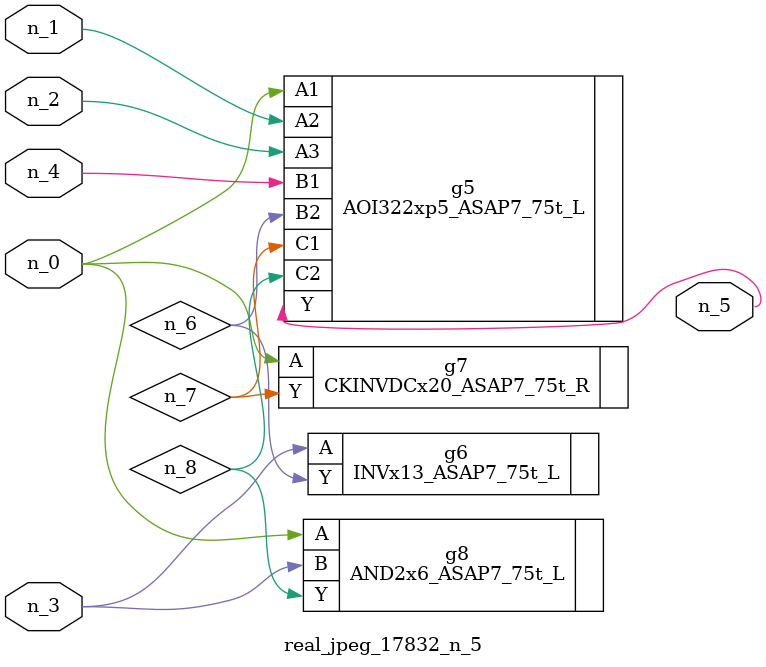
<source format=v>
module real_jpeg_17832_n_5 (n_4, n_0, n_1, n_2, n_3, n_5);

input n_4;
input n_0;
input n_1;
input n_2;
input n_3;

output n_5;

wire n_8;
wire n_6;
wire n_7;

AOI322xp5_ASAP7_75t_L g5 ( 
.A1(n_0),
.A2(n_1),
.A3(n_2),
.B1(n_4),
.B2(n_6),
.C1(n_7),
.C2(n_8),
.Y(n_5)
);

CKINVDCx20_ASAP7_75t_R g7 ( 
.A(n_0),
.Y(n_7)
);

AND2x6_ASAP7_75t_L g8 ( 
.A(n_0),
.B(n_3),
.Y(n_8)
);

INVx13_ASAP7_75t_L g6 ( 
.A(n_3),
.Y(n_6)
);


endmodule
</source>
